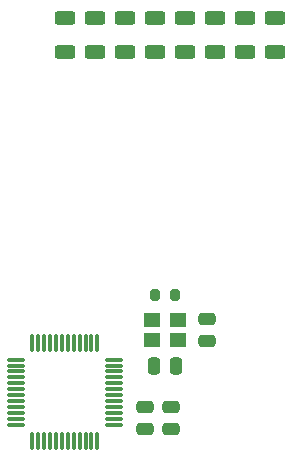
<source format=gtp>
G04 #@! TF.GenerationSoftware,KiCad,Pcbnew,(6.0.10)*
G04 #@! TF.CreationDate,2023-06-17T10:05:04+02:00*
G04 #@! TF.ProjectId,Zaehler-Modul,5a616568-6c65-4722-9d4d-6f64756c2e6b,rev?*
G04 #@! TF.SameCoordinates,Original*
G04 #@! TF.FileFunction,Paste,Top*
G04 #@! TF.FilePolarity,Positive*
%FSLAX46Y46*%
G04 Gerber Fmt 4.6, Leading zero omitted, Abs format (unit mm)*
G04 Created by KiCad (PCBNEW (6.0.10)) date 2023-06-17 10:05:04*
%MOMM*%
%LPD*%
G01*
G04 APERTURE LIST*
G04 Aperture macros list*
%AMRoundRect*
0 Rectangle with rounded corners*
0 $1 Rounding radius*
0 $2 $3 $4 $5 $6 $7 $8 $9 X,Y pos of 4 corners*
0 Add a 4 corners polygon primitive as box body*
4,1,4,$2,$3,$4,$5,$6,$7,$8,$9,$2,$3,0*
0 Add four circle primitives for the rounded corners*
1,1,$1+$1,$2,$3*
1,1,$1+$1,$4,$5*
1,1,$1+$1,$6,$7*
1,1,$1+$1,$8,$9*
0 Add four rect primitives between the rounded corners*
20,1,$1+$1,$2,$3,$4,$5,0*
20,1,$1+$1,$4,$5,$6,$7,0*
20,1,$1+$1,$6,$7,$8,$9,0*
20,1,$1+$1,$8,$9,$2,$3,0*%
G04 Aperture macros list end*
%ADD10RoundRect,0.075000X0.662500X0.075000X-0.662500X0.075000X-0.662500X-0.075000X0.662500X-0.075000X0*%
%ADD11RoundRect,0.075000X0.075000X0.662500X-0.075000X0.662500X-0.075000X-0.662500X0.075000X-0.662500X0*%
%ADD12RoundRect,0.250000X-0.625000X0.312500X-0.625000X-0.312500X0.625000X-0.312500X0.625000X0.312500X0*%
%ADD13RoundRect,0.250000X-0.475000X0.250000X-0.475000X-0.250000X0.475000X-0.250000X0.475000X0.250000X0*%
%ADD14RoundRect,0.250000X-0.250000X-0.475000X0.250000X-0.475000X0.250000X0.475000X-0.250000X0.475000X0*%
%ADD15R,1.400000X1.200000*%
%ADD16RoundRect,0.200000X-0.200000X-0.275000X0.200000X-0.275000X0.200000X0.275000X-0.200000X0.275000X0*%
G04 APERTURE END LIST*
D10*
X69162500Y-70500000D03*
X69162500Y-70000000D03*
X69162500Y-69500000D03*
X69162500Y-69000000D03*
X69162500Y-68500000D03*
X69162500Y-68000000D03*
X69162500Y-67500000D03*
X69162500Y-67000000D03*
X69162500Y-66500000D03*
X69162500Y-66000000D03*
X69162500Y-65500000D03*
X69162500Y-65000000D03*
D11*
X67750000Y-63587500D03*
X67250000Y-63587500D03*
X66750000Y-63587500D03*
X66250000Y-63587500D03*
X65750000Y-63587500D03*
X65250000Y-63587500D03*
X64750000Y-63587500D03*
X64250000Y-63587500D03*
X63750000Y-63587500D03*
X63250000Y-63587500D03*
X62750000Y-63587500D03*
X62250000Y-63587500D03*
D10*
X60837500Y-65000000D03*
X60837500Y-65500000D03*
X60837500Y-66000000D03*
X60837500Y-66500000D03*
X60837500Y-67000000D03*
X60837500Y-67500000D03*
X60837500Y-68000000D03*
X60837500Y-68500000D03*
X60837500Y-69000000D03*
X60837500Y-69500000D03*
X60837500Y-70000000D03*
X60837500Y-70500000D03*
D11*
X62250000Y-71912500D03*
X62750000Y-71912500D03*
X63250000Y-71912500D03*
X63750000Y-71912500D03*
X64250000Y-71912500D03*
X64750000Y-71912500D03*
X65250000Y-71912500D03*
X65750000Y-71912500D03*
X66250000Y-71912500D03*
X66750000Y-71912500D03*
X67250000Y-71912500D03*
X67750000Y-71912500D03*
D12*
X82780000Y-36037500D03*
X82780000Y-38962500D03*
D13*
X74000000Y-69000000D03*
X74000000Y-70900000D03*
D12*
X75160000Y-36037500D03*
X75160000Y-38962500D03*
D13*
X71750000Y-69000000D03*
X71750000Y-70900000D03*
D14*
X72550000Y-65500000D03*
X74450000Y-65500000D03*
D12*
X65000000Y-36037500D03*
X65000000Y-38962500D03*
X67540000Y-36037500D03*
X67540000Y-38962500D03*
X70080000Y-36037500D03*
X70080000Y-38962500D03*
X77700000Y-36037500D03*
X77700000Y-38962500D03*
D15*
X72400000Y-63350000D03*
X74600000Y-63350000D03*
X74600000Y-61650000D03*
X72400000Y-61650000D03*
D12*
X80240000Y-36037500D03*
X80240000Y-38962500D03*
X72620000Y-36037500D03*
X72620000Y-38962500D03*
D16*
X72675000Y-59500000D03*
X74325000Y-59500000D03*
D13*
X77000000Y-61550000D03*
X77000000Y-63450000D03*
M02*

</source>
